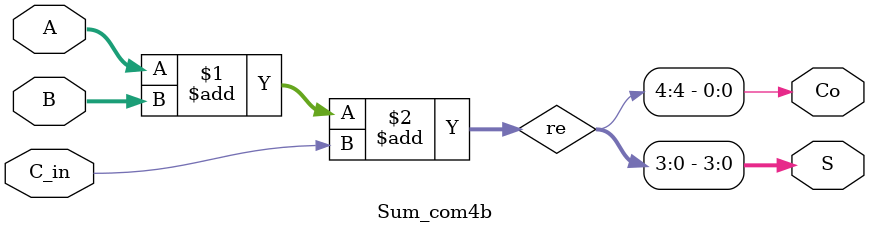
<source format=v>
`timescale 1ps/1ps

module Sum_com4b
(
	input [3:0]A,
	input [3:0]B,
	input C_in,
	output [3:0]S,
	output Co
);
wire [4:0]re;
assign re=A+B+C_in;
assign S=re[3:0];
assign Co=re[4];

endmodule 
</source>
